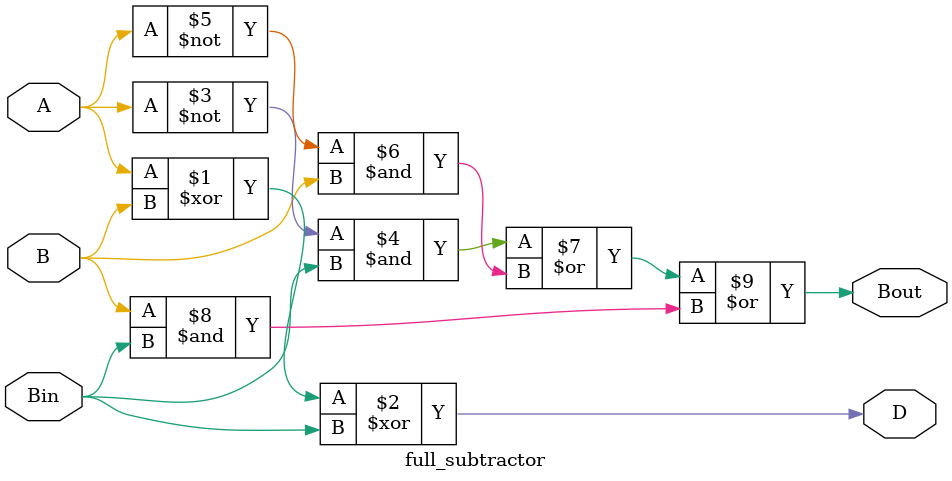
<source format=v>
module full_subtractor(
	input A,B,Bin,
	output D ,Bout

);

  assign D = (A ^ B) ^ Bin; 
  assign Bout = (~A & Bin ) | (~A & B) | (B & Bin);

endmodule

</source>
